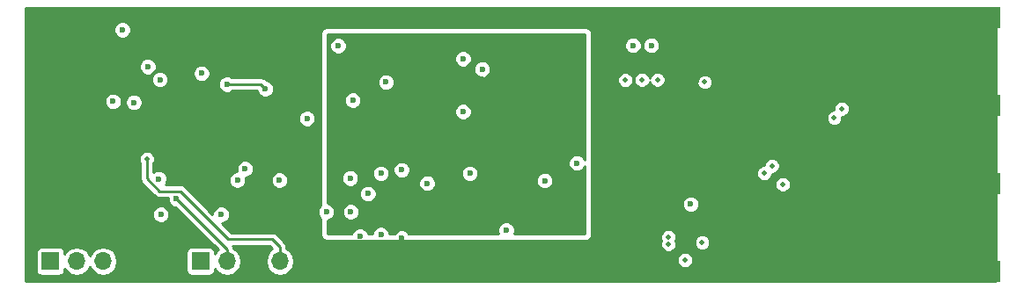
<source format=gbl>
G04 #@! TF.FileFunction,Copper,L4,Bot,Signal*
%FSLAX46Y46*%
G04 Gerber Fmt 4.6, Leading zero omitted, Abs format (unit mm)*
G04 Created by KiCad (PCBNEW 4.0.5-e0-6337~49~ubuntu14.04.1) date Tue Feb 21 17:31:46 2017*
%MOMM*%
%LPD*%
G01*
G04 APERTURE LIST*
%ADD10C,0.100000*%
%ADD11R,4.560000X2.000000*%
%ADD12R,1.700000X1.700000*%
%ADD13O,1.700000X1.700000*%
%ADD14O,1.500000X1.100000*%
%ADD15O,1.700000X1.200000*%
%ADD16C,0.600000*%
%ADD17C,0.460000*%
%ADD18C,0.380000*%
%ADD19C,0.240000*%
%ADD20C,0.254000*%
G04 APERTURE END LIST*
D10*
D11*
X209500000Y-90000000D03*
X209500000Y-81500000D03*
X209500000Y-74000000D03*
X209500000Y-65500000D03*
D12*
X120460000Y-89000000D03*
D13*
X123000000Y-89000000D03*
X125540000Y-89000000D03*
X128080000Y-89000000D03*
D12*
X134920000Y-89000000D03*
D13*
X137460000Y-89000000D03*
X140000000Y-89000000D03*
X142540000Y-89000000D03*
D14*
X122870000Y-75580000D03*
X122870000Y-80420000D03*
D15*
X119870000Y-75270000D03*
X119870000Y-80730000D03*
D16*
X147000000Y-84250000D03*
X176500000Y-68200000D03*
X127400000Y-66700000D03*
X126500000Y-73600000D03*
X128500000Y-73700000D03*
D17*
X195850000Y-75200000D03*
X196569779Y-74300000D03*
X190900000Y-81600000D03*
X189100000Y-80550000D03*
X189850000Y-79800000D03*
X183400000Y-71750000D03*
X175750000Y-71550000D03*
X177350000Y-71530846D03*
X178850000Y-71515846D03*
D16*
X178250000Y-68200000D03*
D17*
X125250000Y-79750000D03*
X192750000Y-72250000D03*
X192500000Y-71000000D03*
X190500000Y-71000000D03*
X194250000Y-71250000D03*
X194000000Y-73750000D03*
X179500000Y-75250000D03*
X175750000Y-75500000D03*
X174500000Y-77000000D03*
X173250000Y-78250000D03*
X173250000Y-80000000D03*
X173250000Y-81500000D03*
X173750000Y-83500000D03*
X176250000Y-84000000D03*
X178000000Y-84250000D03*
X181500000Y-82000000D03*
X183250000Y-82250000D03*
X183750000Y-84500000D03*
X185500000Y-84500000D03*
X185500000Y-82000000D03*
X188500000Y-79000000D03*
X193250000Y-82500000D03*
X193250000Y-84500000D03*
X197750000Y-84000000D03*
X191000000Y-74500000D03*
X192000000Y-75500000D03*
X193250000Y-76750000D03*
X194750000Y-78250000D03*
X196000000Y-79750000D03*
X197250000Y-81000000D03*
X197750000Y-82250000D03*
X206750000Y-88750000D03*
X207750000Y-88500000D03*
X209250000Y-88500000D03*
X210750000Y-88500000D03*
X209250000Y-67000000D03*
X210750000Y-83000000D03*
X209500000Y-83000000D03*
X208250000Y-83000000D03*
X206750000Y-83000000D03*
X206750000Y-81750000D03*
X206750000Y-81000000D03*
X206750000Y-80000000D03*
X208250000Y-80000000D03*
X209500000Y-80000000D03*
X210750000Y-80000000D03*
X210750000Y-79000000D03*
X210750000Y-77750000D03*
X210750000Y-76500000D03*
X210500000Y-75500000D03*
X209250000Y-75500000D03*
X208250000Y-75500000D03*
X207000000Y-75500000D03*
X206750000Y-74500000D03*
X206750000Y-73500000D03*
X207000000Y-72500000D03*
X208250000Y-72500000D03*
X209250000Y-72500000D03*
X210500000Y-72500000D03*
X205000000Y-87250000D03*
X203000000Y-87250000D03*
X200750000Y-88250000D03*
X198250000Y-88250000D03*
X194000000Y-87500000D03*
X191750000Y-87500000D03*
X189500000Y-88250000D03*
X187000000Y-87750000D03*
X184750000Y-87500000D03*
X184500000Y-90250000D03*
X186750000Y-90250000D03*
X189500000Y-90250000D03*
X191750000Y-90250000D03*
X194000000Y-90250000D03*
X196250000Y-90250000D03*
X198000000Y-90250000D03*
X199750000Y-90250000D03*
X201750000Y-90250000D03*
X203500000Y-90250000D03*
X205250000Y-90250000D03*
X206750000Y-90250000D03*
X210750000Y-87500000D03*
X209250000Y-87500000D03*
X207750000Y-87500000D03*
X210500000Y-84000000D03*
X209250000Y-84000000D03*
X207750000Y-84000000D03*
X206000000Y-84250000D03*
X204250000Y-84250000D03*
X202250000Y-84500000D03*
X200250000Y-80000000D03*
X199000000Y-78750000D03*
X197750000Y-77500000D03*
X199750000Y-76750000D03*
X202000000Y-72500000D03*
X202000000Y-71000000D03*
X203500000Y-71250000D03*
X205000000Y-71250000D03*
X206750000Y-71250000D03*
X208500000Y-71500000D03*
X210500000Y-71500000D03*
X180500000Y-67000000D03*
X180750000Y-69000000D03*
X182750000Y-69000000D03*
X184250000Y-68500000D03*
X186000000Y-68500000D03*
X189250000Y-66750000D03*
X190000000Y-68250000D03*
X191500000Y-68500000D03*
X193500000Y-68250000D03*
X195250000Y-68250000D03*
X196500000Y-67500000D03*
X198250000Y-67500000D03*
X199750000Y-67250000D03*
X201250000Y-68250000D03*
X203000000Y-68250000D03*
X204750000Y-68000000D03*
X208000000Y-67750000D03*
X210500000Y-67750000D03*
X173500000Y-65250000D03*
X176500000Y-65250000D03*
X179500000Y-65250000D03*
X182500000Y-65250000D03*
X185500000Y-65250000D03*
X188500000Y-65250000D03*
X191500000Y-65250000D03*
X194500000Y-65250000D03*
X197500000Y-65250000D03*
X200500000Y-65250000D03*
X203500000Y-65250000D03*
X206500000Y-65250000D03*
X119630000Y-78960000D03*
X119630000Y-77040000D03*
X189375000Y-87200000D03*
X189350000Y-85425000D03*
X189360000Y-86560000D03*
X189360000Y-86060000D03*
X198175000Y-70300000D03*
X198175000Y-68525000D03*
X198169779Y-69661867D03*
X198169779Y-69161867D03*
D16*
X126750000Y-81950000D03*
X128500000Y-69300000D03*
X129300000Y-71750000D03*
X125800000Y-72350000D03*
X128500000Y-76850000D03*
X130600000Y-79700000D03*
X135650000Y-81650000D03*
X137150000Y-81650000D03*
X140500000Y-80300000D03*
X143250000Y-75000000D03*
X141250000Y-75000000D03*
D17*
X139250000Y-76650000D03*
D16*
X132600000Y-73050000D03*
X133350000Y-72250000D03*
X174300000Y-89100000D03*
X150250000Y-86600000D03*
X154250000Y-86800000D03*
X152250000Y-86450000D03*
X151000000Y-82500000D03*
X164300000Y-86000000D03*
X156700000Y-81500000D03*
X168000000Y-81250000D03*
D17*
X173900000Y-86800000D03*
X175350000Y-86700000D03*
X177600000Y-86700000D03*
X180900000Y-84900000D03*
X179850000Y-85350000D03*
X179200000Y-88900000D03*
X183150000Y-88300000D03*
X182650000Y-88850000D03*
X179800000Y-88400000D03*
X179750000Y-82800000D03*
X185550000Y-80500000D03*
X186300000Y-79750000D03*
X191350000Y-79850000D03*
X192200000Y-80550000D03*
D16*
X160150000Y-69500000D03*
X152750000Y-71750000D03*
X148150000Y-68250000D03*
X145050000Y-73500000D03*
X162000000Y-70500000D03*
D17*
X138900000Y-65700000D03*
X136400000Y-65700000D03*
X134150000Y-65700000D03*
X175850000Y-73050000D03*
X176500000Y-73700000D03*
X177150000Y-73050000D03*
X177600000Y-72700000D03*
X178150000Y-73200000D03*
X180677416Y-71860846D03*
X181507416Y-71860846D03*
X181507416Y-70670846D03*
X180677416Y-70670846D03*
X180800000Y-74350000D03*
X180800000Y-73350000D03*
X181350000Y-73850000D03*
X188050000Y-74700000D03*
X188550000Y-74150000D03*
X187500000Y-74150000D03*
X183600000Y-74150000D03*
X184100000Y-74700000D03*
X184600000Y-74150000D03*
X188500000Y-72150000D03*
X188500000Y-71700000D03*
X187550000Y-68750000D03*
X187550000Y-67650000D03*
X187100000Y-68200000D03*
X201200000Y-75850000D03*
X201800000Y-75200000D03*
X201150000Y-74400000D03*
X198100000Y-75850000D03*
X198100000Y-74600000D03*
X199450000Y-72600000D03*
X198900000Y-72100000D03*
X197300000Y-72100000D03*
X196750000Y-72600000D03*
X200200000Y-84500000D03*
X200700000Y-84000000D03*
X200700000Y-83350000D03*
X200200000Y-82950000D03*
X197150000Y-86050000D03*
X196600000Y-87200000D03*
X196600000Y-84950000D03*
X196150000Y-86750000D03*
X196150000Y-85400000D03*
X198000000Y-86050000D03*
X188000000Y-83100000D03*
X188600000Y-83700000D03*
X190700000Y-83100000D03*
X190100000Y-83700000D03*
D16*
X129850000Y-70250000D03*
X131100000Y-84500000D03*
X136900000Y-84500000D03*
X130900000Y-81065000D03*
X138450000Y-81200000D03*
X139200000Y-80100000D03*
X142500000Y-81200000D03*
X131000000Y-71500000D03*
X135000000Y-70900000D03*
D17*
X181500000Y-88900000D03*
X183150000Y-87200000D03*
X179900000Y-87350000D03*
X179900000Y-86700000D03*
D16*
X145150000Y-75250000D03*
X182050000Y-83500000D03*
X154250000Y-80200000D03*
X152250000Y-80550000D03*
X149350000Y-84250000D03*
X149300000Y-81000000D03*
X160800000Y-80550000D03*
X149550000Y-73500000D03*
X160150000Y-74600000D03*
X171100000Y-79550000D03*
X164450000Y-82000000D03*
X152250000Y-83450000D03*
X154250000Y-83450000D03*
X162600000Y-75000000D03*
X162250000Y-68000000D03*
X158650000Y-69450000D03*
X158650000Y-74600000D03*
X150150000Y-75800000D03*
X156350000Y-68250000D03*
X132600000Y-83000000D03*
D17*
X129750000Y-79150000D03*
D16*
X141150000Y-72400000D03*
X137450000Y-71950000D03*
D18*
X209500000Y-65500000D02*
X206750000Y-65500000D01*
X206750000Y-65500000D02*
X206500000Y-65250000D01*
D19*
X132600000Y-83000000D02*
X137460000Y-87860000D01*
X137460000Y-87860000D02*
X137460000Y-89000000D01*
X129750000Y-79150000D02*
X129750000Y-81050000D01*
X129750000Y-81050000D02*
X130950000Y-82250000D01*
X130950000Y-82250000D02*
X132950000Y-82250000D01*
X132950000Y-82250000D02*
X137600000Y-86900000D01*
X137600000Y-86900000D02*
X141800000Y-86900000D01*
X141800000Y-86900000D02*
X142540000Y-87640000D01*
X142540000Y-87640000D02*
X142540000Y-89000000D01*
X137874264Y-71950000D02*
X140700000Y-71950000D01*
X140700000Y-71950000D02*
X141150000Y-72400000D01*
X137450000Y-71950000D02*
X137874264Y-71950000D01*
D20*
G36*
X171873000Y-79255185D02*
X171801505Y-79082154D01*
X171569070Y-78849312D01*
X171265222Y-78723144D01*
X170936221Y-78722857D01*
X170632154Y-78848495D01*
X170399312Y-79080930D01*
X170273144Y-79384778D01*
X170272857Y-79713779D01*
X170398495Y-80017846D01*
X170630930Y-80250688D01*
X170934778Y-80376856D01*
X171263779Y-80377143D01*
X171567846Y-80251505D01*
X171800688Y-80019070D01*
X171873000Y-79844922D01*
X171873000Y-86373000D01*
X165040580Y-86373000D01*
X165126856Y-86165222D01*
X165127143Y-85836221D01*
X165001505Y-85532154D01*
X164769070Y-85299312D01*
X164465222Y-85173144D01*
X164136221Y-85172857D01*
X163832154Y-85298495D01*
X163599312Y-85530930D01*
X163473144Y-85834778D01*
X163472857Y-86163779D01*
X163559305Y-86373000D01*
X154968382Y-86373000D01*
X154951505Y-86332154D01*
X154719070Y-86099312D01*
X154415222Y-85973144D01*
X154086221Y-85972857D01*
X153782154Y-86098495D01*
X153549312Y-86330930D01*
X153531843Y-86373000D01*
X153077067Y-86373000D01*
X153077143Y-86286221D01*
X152951505Y-85982154D01*
X152719070Y-85749312D01*
X152415222Y-85623144D01*
X152086221Y-85622857D01*
X151782154Y-85748495D01*
X151549312Y-85980930D01*
X151423144Y-86284778D01*
X151423067Y-86373000D01*
X151051021Y-86373000D01*
X150951505Y-86132154D01*
X150719070Y-85899312D01*
X150415222Y-85773144D01*
X150086221Y-85772857D01*
X149782154Y-85898495D01*
X149549312Y-86130930D01*
X149448796Y-86373000D01*
X147127000Y-86373000D01*
X147127000Y-85077111D01*
X147163779Y-85077143D01*
X147467846Y-84951505D01*
X147700688Y-84719070D01*
X147826856Y-84415222D01*
X147826857Y-84413779D01*
X148522857Y-84413779D01*
X148648495Y-84717846D01*
X148880930Y-84950688D01*
X149184778Y-85076856D01*
X149513779Y-85077143D01*
X149817846Y-84951505D01*
X150050688Y-84719070D01*
X150176856Y-84415222D01*
X150177143Y-84086221D01*
X150051505Y-83782154D01*
X149819070Y-83549312D01*
X149515222Y-83423144D01*
X149186221Y-83422857D01*
X148882154Y-83548495D01*
X148649312Y-83780930D01*
X148523144Y-84084778D01*
X148522857Y-84413779D01*
X147826857Y-84413779D01*
X147827143Y-84086221D01*
X147701505Y-83782154D01*
X147469070Y-83549312D01*
X147165222Y-83423144D01*
X147127000Y-83423111D01*
X147127000Y-82663779D01*
X150172857Y-82663779D01*
X150298495Y-82967846D01*
X150530930Y-83200688D01*
X150834778Y-83326856D01*
X151163779Y-83327143D01*
X151467846Y-83201505D01*
X151700688Y-82969070D01*
X151826856Y-82665222D01*
X151827143Y-82336221D01*
X151701505Y-82032154D01*
X151469070Y-81799312D01*
X151165222Y-81673144D01*
X150836221Y-81672857D01*
X150532154Y-81798495D01*
X150299312Y-82030930D01*
X150173144Y-82334778D01*
X150172857Y-82663779D01*
X147127000Y-82663779D01*
X147127000Y-81163779D01*
X148472857Y-81163779D01*
X148598495Y-81467846D01*
X148830930Y-81700688D01*
X149134778Y-81826856D01*
X149463779Y-81827143D01*
X149767846Y-81701505D01*
X149805638Y-81663779D01*
X155872857Y-81663779D01*
X155998495Y-81967846D01*
X156230930Y-82200688D01*
X156534778Y-82326856D01*
X156863779Y-82327143D01*
X157167846Y-82201505D01*
X157400688Y-81969070D01*
X157526856Y-81665222D01*
X157527075Y-81413779D01*
X167172857Y-81413779D01*
X167298495Y-81717846D01*
X167530930Y-81950688D01*
X167834778Y-82076856D01*
X168163779Y-82077143D01*
X168467846Y-81951505D01*
X168700688Y-81719070D01*
X168826856Y-81415222D01*
X168827143Y-81086221D01*
X168701505Y-80782154D01*
X168469070Y-80549312D01*
X168165222Y-80423144D01*
X167836221Y-80422857D01*
X167532154Y-80548495D01*
X167299312Y-80780930D01*
X167173144Y-81084778D01*
X167172857Y-81413779D01*
X157527075Y-81413779D01*
X157527143Y-81336221D01*
X157401505Y-81032154D01*
X157169070Y-80799312D01*
X156963083Y-80713779D01*
X159972857Y-80713779D01*
X160098495Y-81017846D01*
X160330930Y-81250688D01*
X160634778Y-81376856D01*
X160963779Y-81377143D01*
X161267846Y-81251505D01*
X161500688Y-81019070D01*
X161626856Y-80715222D01*
X161627143Y-80386221D01*
X161501505Y-80082154D01*
X161269070Y-79849312D01*
X160965222Y-79723144D01*
X160636221Y-79722857D01*
X160332154Y-79848495D01*
X160099312Y-80080930D01*
X159973144Y-80384778D01*
X159972857Y-80713779D01*
X156963083Y-80713779D01*
X156865222Y-80673144D01*
X156536221Y-80672857D01*
X156232154Y-80798495D01*
X155999312Y-81030930D01*
X155873144Y-81334778D01*
X155872857Y-81663779D01*
X149805638Y-81663779D01*
X150000688Y-81469070D01*
X150126856Y-81165222D01*
X150127143Y-80836221D01*
X150076551Y-80713779D01*
X151422857Y-80713779D01*
X151548495Y-81017846D01*
X151780930Y-81250688D01*
X152084778Y-81376856D01*
X152413779Y-81377143D01*
X152717846Y-81251505D01*
X152950688Y-81019070D01*
X153076856Y-80715222D01*
X153077143Y-80386221D01*
X153067871Y-80363779D01*
X153422857Y-80363779D01*
X153548495Y-80667846D01*
X153780930Y-80900688D01*
X154084778Y-81026856D01*
X154413779Y-81027143D01*
X154717846Y-80901505D01*
X154950688Y-80669070D01*
X155076856Y-80365222D01*
X155077143Y-80036221D01*
X154951505Y-79732154D01*
X154719070Y-79499312D01*
X154415222Y-79373144D01*
X154086221Y-79372857D01*
X153782154Y-79498495D01*
X153549312Y-79730930D01*
X153423144Y-80034778D01*
X153422857Y-80363779D01*
X153067871Y-80363779D01*
X152951505Y-80082154D01*
X152719070Y-79849312D01*
X152415222Y-79723144D01*
X152086221Y-79722857D01*
X151782154Y-79848495D01*
X151549312Y-80080930D01*
X151423144Y-80384778D01*
X151422857Y-80713779D01*
X150076551Y-80713779D01*
X150001505Y-80532154D01*
X149769070Y-80299312D01*
X149465222Y-80173144D01*
X149136221Y-80172857D01*
X148832154Y-80298495D01*
X148599312Y-80530930D01*
X148473144Y-80834778D01*
X148472857Y-81163779D01*
X147127000Y-81163779D01*
X147127000Y-74763779D01*
X159322857Y-74763779D01*
X159448495Y-75067846D01*
X159680930Y-75300688D01*
X159984778Y-75426856D01*
X160313779Y-75427143D01*
X160617846Y-75301505D01*
X160850688Y-75069070D01*
X160976856Y-74765222D01*
X160977143Y-74436221D01*
X160851505Y-74132154D01*
X160619070Y-73899312D01*
X160315222Y-73773144D01*
X159986221Y-73772857D01*
X159682154Y-73898495D01*
X159449312Y-74130930D01*
X159323144Y-74434778D01*
X159322857Y-74763779D01*
X147127000Y-74763779D01*
X147127000Y-73663779D01*
X148722857Y-73663779D01*
X148848495Y-73967846D01*
X149080930Y-74200688D01*
X149384778Y-74326856D01*
X149713779Y-74327143D01*
X150017846Y-74201505D01*
X150250688Y-73969070D01*
X150376856Y-73665222D01*
X150377143Y-73336221D01*
X150251505Y-73032154D01*
X150019070Y-72799312D01*
X149715222Y-72673144D01*
X149386221Y-72672857D01*
X149082154Y-72798495D01*
X148849312Y-73030930D01*
X148723144Y-73334778D01*
X148722857Y-73663779D01*
X147127000Y-73663779D01*
X147127000Y-71913779D01*
X151922857Y-71913779D01*
X152048495Y-72217846D01*
X152280930Y-72450688D01*
X152584778Y-72576856D01*
X152913779Y-72577143D01*
X153217846Y-72451505D01*
X153450688Y-72219070D01*
X153576856Y-71915222D01*
X153577143Y-71586221D01*
X153451505Y-71282154D01*
X153219070Y-71049312D01*
X152915222Y-70923144D01*
X152586221Y-70922857D01*
X152282154Y-71048495D01*
X152049312Y-71280930D01*
X151923144Y-71584778D01*
X151922857Y-71913779D01*
X147127000Y-71913779D01*
X147127000Y-70663779D01*
X161172857Y-70663779D01*
X161298495Y-70967846D01*
X161530930Y-71200688D01*
X161834778Y-71326856D01*
X162163779Y-71327143D01*
X162467846Y-71201505D01*
X162700688Y-70969070D01*
X162826856Y-70665222D01*
X162827143Y-70336221D01*
X162701505Y-70032154D01*
X162469070Y-69799312D01*
X162165222Y-69673144D01*
X161836221Y-69672857D01*
X161532154Y-69798495D01*
X161299312Y-70030930D01*
X161173144Y-70334778D01*
X161172857Y-70663779D01*
X147127000Y-70663779D01*
X147127000Y-69663779D01*
X159322857Y-69663779D01*
X159448495Y-69967846D01*
X159680930Y-70200688D01*
X159984778Y-70326856D01*
X160313779Y-70327143D01*
X160617846Y-70201505D01*
X160850688Y-69969070D01*
X160976856Y-69665222D01*
X160977143Y-69336221D01*
X160851505Y-69032154D01*
X160619070Y-68799312D01*
X160315222Y-68673144D01*
X159986221Y-68672857D01*
X159682154Y-68798495D01*
X159449312Y-69030930D01*
X159323144Y-69334778D01*
X159322857Y-69663779D01*
X147127000Y-69663779D01*
X147127000Y-68413779D01*
X147322857Y-68413779D01*
X147448495Y-68717846D01*
X147680930Y-68950688D01*
X147984778Y-69076856D01*
X148313779Y-69077143D01*
X148617846Y-68951505D01*
X148850688Y-68719070D01*
X148976856Y-68415222D01*
X148977143Y-68086221D01*
X148851505Y-67782154D01*
X148619070Y-67549312D01*
X148315222Y-67423144D01*
X147986221Y-67422857D01*
X147682154Y-67548495D01*
X147449312Y-67780930D01*
X147323144Y-68084778D01*
X147322857Y-68413779D01*
X147127000Y-68413779D01*
X147127000Y-67127000D01*
X171873000Y-67127000D01*
X171873000Y-79255185D01*
X171873000Y-79255185D01*
G37*
X171873000Y-79255185D02*
X171801505Y-79082154D01*
X171569070Y-78849312D01*
X171265222Y-78723144D01*
X170936221Y-78722857D01*
X170632154Y-78848495D01*
X170399312Y-79080930D01*
X170273144Y-79384778D01*
X170272857Y-79713779D01*
X170398495Y-80017846D01*
X170630930Y-80250688D01*
X170934778Y-80376856D01*
X171263779Y-80377143D01*
X171567846Y-80251505D01*
X171800688Y-80019070D01*
X171873000Y-79844922D01*
X171873000Y-86373000D01*
X165040580Y-86373000D01*
X165126856Y-86165222D01*
X165127143Y-85836221D01*
X165001505Y-85532154D01*
X164769070Y-85299312D01*
X164465222Y-85173144D01*
X164136221Y-85172857D01*
X163832154Y-85298495D01*
X163599312Y-85530930D01*
X163473144Y-85834778D01*
X163472857Y-86163779D01*
X163559305Y-86373000D01*
X154968382Y-86373000D01*
X154951505Y-86332154D01*
X154719070Y-86099312D01*
X154415222Y-85973144D01*
X154086221Y-85972857D01*
X153782154Y-86098495D01*
X153549312Y-86330930D01*
X153531843Y-86373000D01*
X153077067Y-86373000D01*
X153077143Y-86286221D01*
X152951505Y-85982154D01*
X152719070Y-85749312D01*
X152415222Y-85623144D01*
X152086221Y-85622857D01*
X151782154Y-85748495D01*
X151549312Y-85980930D01*
X151423144Y-86284778D01*
X151423067Y-86373000D01*
X151051021Y-86373000D01*
X150951505Y-86132154D01*
X150719070Y-85899312D01*
X150415222Y-85773144D01*
X150086221Y-85772857D01*
X149782154Y-85898495D01*
X149549312Y-86130930D01*
X149448796Y-86373000D01*
X147127000Y-86373000D01*
X147127000Y-85077111D01*
X147163779Y-85077143D01*
X147467846Y-84951505D01*
X147700688Y-84719070D01*
X147826856Y-84415222D01*
X147826857Y-84413779D01*
X148522857Y-84413779D01*
X148648495Y-84717846D01*
X148880930Y-84950688D01*
X149184778Y-85076856D01*
X149513779Y-85077143D01*
X149817846Y-84951505D01*
X150050688Y-84719070D01*
X150176856Y-84415222D01*
X150177143Y-84086221D01*
X150051505Y-83782154D01*
X149819070Y-83549312D01*
X149515222Y-83423144D01*
X149186221Y-83422857D01*
X148882154Y-83548495D01*
X148649312Y-83780930D01*
X148523144Y-84084778D01*
X148522857Y-84413779D01*
X147826857Y-84413779D01*
X147827143Y-84086221D01*
X147701505Y-83782154D01*
X147469070Y-83549312D01*
X147165222Y-83423144D01*
X147127000Y-83423111D01*
X147127000Y-82663779D01*
X150172857Y-82663779D01*
X150298495Y-82967846D01*
X150530930Y-83200688D01*
X150834778Y-83326856D01*
X151163779Y-83327143D01*
X151467846Y-83201505D01*
X151700688Y-82969070D01*
X151826856Y-82665222D01*
X151827143Y-82336221D01*
X151701505Y-82032154D01*
X151469070Y-81799312D01*
X151165222Y-81673144D01*
X150836221Y-81672857D01*
X150532154Y-81798495D01*
X150299312Y-82030930D01*
X150173144Y-82334778D01*
X150172857Y-82663779D01*
X147127000Y-82663779D01*
X147127000Y-81163779D01*
X148472857Y-81163779D01*
X148598495Y-81467846D01*
X148830930Y-81700688D01*
X149134778Y-81826856D01*
X149463779Y-81827143D01*
X149767846Y-81701505D01*
X149805638Y-81663779D01*
X155872857Y-81663779D01*
X155998495Y-81967846D01*
X156230930Y-82200688D01*
X156534778Y-82326856D01*
X156863779Y-82327143D01*
X157167846Y-82201505D01*
X157400688Y-81969070D01*
X157526856Y-81665222D01*
X157527075Y-81413779D01*
X167172857Y-81413779D01*
X167298495Y-81717846D01*
X167530930Y-81950688D01*
X167834778Y-82076856D01*
X168163779Y-82077143D01*
X168467846Y-81951505D01*
X168700688Y-81719070D01*
X168826856Y-81415222D01*
X168827143Y-81086221D01*
X168701505Y-80782154D01*
X168469070Y-80549312D01*
X168165222Y-80423144D01*
X167836221Y-80422857D01*
X167532154Y-80548495D01*
X167299312Y-80780930D01*
X167173144Y-81084778D01*
X167172857Y-81413779D01*
X157527075Y-81413779D01*
X157527143Y-81336221D01*
X157401505Y-81032154D01*
X157169070Y-80799312D01*
X156963083Y-80713779D01*
X159972857Y-80713779D01*
X160098495Y-81017846D01*
X160330930Y-81250688D01*
X160634778Y-81376856D01*
X160963779Y-81377143D01*
X161267846Y-81251505D01*
X161500688Y-81019070D01*
X161626856Y-80715222D01*
X161627143Y-80386221D01*
X161501505Y-80082154D01*
X161269070Y-79849312D01*
X160965222Y-79723144D01*
X160636221Y-79722857D01*
X160332154Y-79848495D01*
X160099312Y-80080930D01*
X159973144Y-80384778D01*
X159972857Y-80713779D01*
X156963083Y-80713779D01*
X156865222Y-80673144D01*
X156536221Y-80672857D01*
X156232154Y-80798495D01*
X155999312Y-81030930D01*
X155873144Y-81334778D01*
X155872857Y-81663779D01*
X149805638Y-81663779D01*
X150000688Y-81469070D01*
X150126856Y-81165222D01*
X150127143Y-80836221D01*
X150076551Y-80713779D01*
X151422857Y-80713779D01*
X151548495Y-81017846D01*
X151780930Y-81250688D01*
X152084778Y-81376856D01*
X152413779Y-81377143D01*
X152717846Y-81251505D01*
X152950688Y-81019070D01*
X153076856Y-80715222D01*
X153077143Y-80386221D01*
X153067871Y-80363779D01*
X153422857Y-80363779D01*
X153548495Y-80667846D01*
X153780930Y-80900688D01*
X154084778Y-81026856D01*
X154413779Y-81027143D01*
X154717846Y-80901505D01*
X154950688Y-80669070D01*
X155076856Y-80365222D01*
X155077143Y-80036221D01*
X154951505Y-79732154D01*
X154719070Y-79499312D01*
X154415222Y-79373144D01*
X154086221Y-79372857D01*
X153782154Y-79498495D01*
X153549312Y-79730930D01*
X153423144Y-80034778D01*
X153422857Y-80363779D01*
X153067871Y-80363779D01*
X152951505Y-80082154D01*
X152719070Y-79849312D01*
X152415222Y-79723144D01*
X152086221Y-79722857D01*
X151782154Y-79848495D01*
X151549312Y-80080930D01*
X151423144Y-80384778D01*
X151422857Y-80713779D01*
X150076551Y-80713779D01*
X150001505Y-80532154D01*
X149769070Y-80299312D01*
X149465222Y-80173144D01*
X149136221Y-80172857D01*
X148832154Y-80298495D01*
X148599312Y-80530930D01*
X148473144Y-80834778D01*
X148472857Y-81163779D01*
X147127000Y-81163779D01*
X147127000Y-74763779D01*
X159322857Y-74763779D01*
X159448495Y-75067846D01*
X159680930Y-75300688D01*
X159984778Y-75426856D01*
X160313779Y-75427143D01*
X160617846Y-75301505D01*
X160850688Y-75069070D01*
X160976856Y-74765222D01*
X160977143Y-74436221D01*
X160851505Y-74132154D01*
X160619070Y-73899312D01*
X160315222Y-73773144D01*
X159986221Y-73772857D01*
X159682154Y-73898495D01*
X159449312Y-74130930D01*
X159323144Y-74434778D01*
X159322857Y-74763779D01*
X147127000Y-74763779D01*
X147127000Y-73663779D01*
X148722857Y-73663779D01*
X148848495Y-73967846D01*
X149080930Y-74200688D01*
X149384778Y-74326856D01*
X149713779Y-74327143D01*
X150017846Y-74201505D01*
X150250688Y-73969070D01*
X150376856Y-73665222D01*
X150377143Y-73336221D01*
X150251505Y-73032154D01*
X150019070Y-72799312D01*
X149715222Y-72673144D01*
X149386221Y-72672857D01*
X149082154Y-72798495D01*
X148849312Y-73030930D01*
X148723144Y-73334778D01*
X148722857Y-73663779D01*
X147127000Y-73663779D01*
X147127000Y-71913779D01*
X151922857Y-71913779D01*
X152048495Y-72217846D01*
X152280930Y-72450688D01*
X152584778Y-72576856D01*
X152913779Y-72577143D01*
X153217846Y-72451505D01*
X153450688Y-72219070D01*
X153576856Y-71915222D01*
X153577143Y-71586221D01*
X153451505Y-71282154D01*
X153219070Y-71049312D01*
X152915222Y-70923144D01*
X152586221Y-70922857D01*
X152282154Y-71048495D01*
X152049312Y-71280930D01*
X151923144Y-71584778D01*
X151922857Y-71913779D01*
X147127000Y-71913779D01*
X147127000Y-70663779D01*
X161172857Y-70663779D01*
X161298495Y-70967846D01*
X161530930Y-71200688D01*
X161834778Y-71326856D01*
X162163779Y-71327143D01*
X162467846Y-71201505D01*
X162700688Y-70969070D01*
X162826856Y-70665222D01*
X162827143Y-70336221D01*
X162701505Y-70032154D01*
X162469070Y-69799312D01*
X162165222Y-69673144D01*
X161836221Y-69672857D01*
X161532154Y-69798495D01*
X161299312Y-70030930D01*
X161173144Y-70334778D01*
X161172857Y-70663779D01*
X147127000Y-70663779D01*
X147127000Y-69663779D01*
X159322857Y-69663779D01*
X159448495Y-69967846D01*
X159680930Y-70200688D01*
X159984778Y-70326856D01*
X160313779Y-70327143D01*
X160617846Y-70201505D01*
X160850688Y-69969070D01*
X160976856Y-69665222D01*
X160977143Y-69336221D01*
X160851505Y-69032154D01*
X160619070Y-68799312D01*
X160315222Y-68673144D01*
X159986221Y-68672857D01*
X159682154Y-68798495D01*
X159449312Y-69030930D01*
X159323144Y-69334778D01*
X159322857Y-69663779D01*
X147127000Y-69663779D01*
X147127000Y-68413779D01*
X147322857Y-68413779D01*
X147448495Y-68717846D01*
X147680930Y-68950688D01*
X147984778Y-69076856D01*
X148313779Y-69077143D01*
X148617846Y-68951505D01*
X148850688Y-68719070D01*
X148976856Y-68415222D01*
X148977143Y-68086221D01*
X148851505Y-67782154D01*
X148619070Y-67549312D01*
X148315222Y-67423144D01*
X147986221Y-67422857D01*
X147682154Y-67548495D01*
X147449312Y-67780930D01*
X147323144Y-68084778D01*
X147322857Y-68413779D01*
X147127000Y-68413779D01*
X147127000Y-67127000D01*
X171873000Y-67127000D01*
X171873000Y-79255185D01*
G36*
X211398000Y-90898000D02*
X118102000Y-90898000D01*
X118102000Y-88150000D01*
X119072676Y-88150000D01*
X119072676Y-89850000D01*
X119109423Y-90045294D01*
X119224842Y-90224660D01*
X119400951Y-90344990D01*
X119610000Y-90387324D01*
X121310000Y-90387324D01*
X121505294Y-90350577D01*
X121684660Y-90235158D01*
X121804990Y-90059049D01*
X121847324Y-89850000D01*
X121847324Y-89732785D01*
X122026314Y-90000663D01*
X122473045Y-90299159D01*
X123000000Y-90403977D01*
X123526955Y-90299159D01*
X123973686Y-90000663D01*
X124270000Y-89557198D01*
X124566314Y-90000663D01*
X125013045Y-90299159D01*
X125540000Y-90403977D01*
X126066955Y-90299159D01*
X126513686Y-90000663D01*
X126812182Y-89553932D01*
X126917000Y-89026977D01*
X126917000Y-88973023D01*
X126812182Y-88446068D01*
X126513686Y-87999337D01*
X126066955Y-87700841D01*
X125540000Y-87596023D01*
X125013045Y-87700841D01*
X124566314Y-87999337D01*
X124270000Y-88442802D01*
X123973686Y-87999337D01*
X123526955Y-87700841D01*
X123000000Y-87596023D01*
X122473045Y-87700841D01*
X122026314Y-87999337D01*
X121847324Y-88267215D01*
X121847324Y-88150000D01*
X121810577Y-87954706D01*
X121695158Y-87775340D01*
X121519049Y-87655010D01*
X121310000Y-87612676D01*
X119610000Y-87612676D01*
X119414706Y-87649423D01*
X119235340Y-87764842D01*
X119115010Y-87940951D01*
X119072676Y-88150000D01*
X118102000Y-88150000D01*
X118102000Y-84663779D01*
X130272857Y-84663779D01*
X130398495Y-84967846D01*
X130630930Y-85200688D01*
X130934778Y-85326856D01*
X131263779Y-85327143D01*
X131567846Y-85201505D01*
X131800688Y-84969070D01*
X131926856Y-84665222D01*
X131927143Y-84336221D01*
X131801505Y-84032154D01*
X131569070Y-83799312D01*
X131265222Y-83673144D01*
X130936221Y-83672857D01*
X130632154Y-83798495D01*
X130399312Y-84030930D01*
X130273144Y-84334778D01*
X130272857Y-84663779D01*
X118102000Y-84663779D01*
X118102000Y-79299916D01*
X128992868Y-79299916D01*
X129103000Y-79566455D01*
X129103000Y-81050000D01*
X129152250Y-81297596D01*
X129292502Y-81507498D01*
X130492502Y-82707498D01*
X130702404Y-82847750D01*
X130950000Y-82897000D01*
X131773090Y-82897000D01*
X131772857Y-83163779D01*
X131898495Y-83467846D01*
X132130930Y-83700688D01*
X132434778Y-83826856D01*
X132511927Y-83826923D01*
X136605023Y-87920019D01*
X136486314Y-87999337D01*
X136307324Y-88267215D01*
X136307324Y-88150000D01*
X136270577Y-87954706D01*
X136155158Y-87775340D01*
X135979049Y-87655010D01*
X135770000Y-87612676D01*
X134070000Y-87612676D01*
X133874706Y-87649423D01*
X133695340Y-87764842D01*
X133575010Y-87940951D01*
X133532676Y-88150000D01*
X133532676Y-89850000D01*
X133569423Y-90045294D01*
X133684842Y-90224660D01*
X133860951Y-90344990D01*
X134070000Y-90387324D01*
X135770000Y-90387324D01*
X135965294Y-90350577D01*
X136144660Y-90235158D01*
X136264990Y-90059049D01*
X136307324Y-89850000D01*
X136307324Y-89732785D01*
X136486314Y-90000663D01*
X136933045Y-90299159D01*
X137460000Y-90403977D01*
X137986955Y-90299159D01*
X138433686Y-90000663D01*
X138732182Y-89553932D01*
X138837000Y-89026977D01*
X138837000Y-88973023D01*
X138732182Y-88446068D01*
X138433686Y-87999337D01*
X138088889Y-87768951D01*
X138057750Y-87612404D01*
X138014048Y-87547000D01*
X141532004Y-87547000D01*
X141816903Y-87831899D01*
X141566314Y-87999337D01*
X141267818Y-88446068D01*
X141163000Y-88973023D01*
X141163000Y-89026977D01*
X141267818Y-89553932D01*
X141566314Y-90000663D01*
X142013045Y-90299159D01*
X142540000Y-90403977D01*
X143066955Y-90299159D01*
X143513686Y-90000663D01*
X143812182Y-89553932D01*
X143912437Y-89049916D01*
X180742868Y-89049916D01*
X180857872Y-89328246D01*
X181070634Y-89541380D01*
X181348763Y-89656869D01*
X181649916Y-89657132D01*
X181928246Y-89542128D01*
X182141380Y-89329366D01*
X182256869Y-89051237D01*
X182257132Y-88750084D01*
X182142128Y-88471754D01*
X181929366Y-88258620D01*
X181651237Y-88143131D01*
X181350084Y-88142868D01*
X181071754Y-88257872D01*
X180858620Y-88470634D01*
X180743131Y-88748763D01*
X180742868Y-89049916D01*
X143912437Y-89049916D01*
X143917000Y-89026977D01*
X143917000Y-88973023D01*
X143812182Y-88446068D01*
X143513686Y-87999337D01*
X143187000Y-87781052D01*
X143187000Y-87640000D01*
X143137750Y-87392404D01*
X142997498Y-87182502D01*
X142257498Y-86442502D01*
X142047596Y-86302250D01*
X141800000Y-86253000D01*
X137867996Y-86253000D01*
X136942033Y-85327037D01*
X137063779Y-85327143D01*
X137367846Y-85201505D01*
X137600688Y-84969070D01*
X137726856Y-84665222D01*
X137727075Y-84413779D01*
X146172857Y-84413779D01*
X146298495Y-84717846D01*
X146473000Y-84892657D01*
X146473000Y-86500000D01*
X146509041Y-86691542D01*
X146622242Y-86867462D01*
X146794967Y-86985480D01*
X147000000Y-87027000D01*
X172000000Y-87027000D01*
X172191542Y-86990959D01*
X172367462Y-86877758D01*
X172386485Y-86849916D01*
X179142868Y-86849916D01*
X179215247Y-87025087D01*
X179143131Y-87198763D01*
X179142868Y-87499916D01*
X179257872Y-87778246D01*
X179470634Y-87991380D01*
X179748763Y-88106869D01*
X180049916Y-88107132D01*
X180328246Y-87992128D01*
X180541380Y-87779366D01*
X180656869Y-87501237D01*
X180657001Y-87349916D01*
X182392868Y-87349916D01*
X182507872Y-87628246D01*
X182720634Y-87841380D01*
X182998763Y-87956869D01*
X183299916Y-87957132D01*
X183578246Y-87842128D01*
X183791380Y-87629366D01*
X183906869Y-87351237D01*
X183907132Y-87050084D01*
X183792128Y-86771754D01*
X183579366Y-86558620D01*
X183301237Y-86443131D01*
X183000084Y-86442868D01*
X182721754Y-86557872D01*
X182508620Y-86770634D01*
X182393131Y-87048763D01*
X182392868Y-87349916D01*
X180657001Y-87349916D01*
X180657132Y-87200084D01*
X180584753Y-87024913D01*
X180656869Y-86851237D01*
X180657132Y-86550084D01*
X180542128Y-86271754D01*
X180329366Y-86058620D01*
X180051237Y-85943131D01*
X179750084Y-85942868D01*
X179471754Y-86057872D01*
X179258620Y-86270634D01*
X179143131Y-86548763D01*
X179142868Y-86849916D01*
X172386485Y-86849916D01*
X172485480Y-86705033D01*
X172527000Y-86500000D01*
X172527000Y-83663779D01*
X181222857Y-83663779D01*
X181348495Y-83967846D01*
X181580930Y-84200688D01*
X181884778Y-84326856D01*
X182213779Y-84327143D01*
X182517846Y-84201505D01*
X182750688Y-83969070D01*
X182876856Y-83665222D01*
X182877143Y-83336221D01*
X182751505Y-83032154D01*
X182519070Y-82799312D01*
X182215222Y-82673144D01*
X181886221Y-82672857D01*
X181582154Y-82798495D01*
X181349312Y-83030930D01*
X181223144Y-83334778D01*
X181222857Y-83663779D01*
X172527000Y-83663779D01*
X172527000Y-81749916D01*
X190142868Y-81749916D01*
X190257872Y-82028246D01*
X190470634Y-82241380D01*
X190748763Y-82356869D01*
X191049916Y-82357132D01*
X191328246Y-82242128D01*
X191541380Y-82029366D01*
X191656869Y-81751237D01*
X191657132Y-81450084D01*
X191542128Y-81171754D01*
X191329366Y-80958620D01*
X191051237Y-80843131D01*
X190750084Y-80842868D01*
X190471754Y-80957872D01*
X190258620Y-81170634D01*
X190143131Y-81448763D01*
X190142868Y-81749916D01*
X172527000Y-81749916D01*
X172527000Y-80699916D01*
X188342868Y-80699916D01*
X188457872Y-80978246D01*
X188670634Y-81191380D01*
X188948763Y-81306869D01*
X189249916Y-81307132D01*
X189528246Y-81192128D01*
X189741380Y-80979366D01*
X189856869Y-80701237D01*
X189856995Y-80557007D01*
X189999916Y-80557132D01*
X190278246Y-80442128D01*
X190491380Y-80229366D01*
X190606869Y-79951237D01*
X190607132Y-79650084D01*
X190492128Y-79371754D01*
X190279366Y-79158620D01*
X190001237Y-79043131D01*
X189700084Y-79042868D01*
X189421754Y-79157872D01*
X189208620Y-79370634D01*
X189093131Y-79648763D01*
X189093005Y-79792993D01*
X188950084Y-79792868D01*
X188671754Y-79907872D01*
X188458620Y-80120634D01*
X188343131Y-80398763D01*
X188342868Y-80699916D01*
X172527000Y-80699916D01*
X172527000Y-75349916D01*
X195092868Y-75349916D01*
X195207872Y-75628246D01*
X195420634Y-75841380D01*
X195698763Y-75956869D01*
X195999916Y-75957132D01*
X196278246Y-75842128D01*
X196491380Y-75629366D01*
X196606869Y-75351237D01*
X196607126Y-75057034D01*
X196719695Y-75057132D01*
X196998025Y-74942128D01*
X197211159Y-74729366D01*
X197326648Y-74451237D01*
X197326911Y-74150084D01*
X197211907Y-73871754D01*
X196999145Y-73658620D01*
X196721016Y-73543131D01*
X196419863Y-73542868D01*
X196141533Y-73657872D01*
X195928399Y-73870634D01*
X195812910Y-74148763D01*
X195812653Y-74442966D01*
X195700084Y-74442868D01*
X195421754Y-74557872D01*
X195208620Y-74770634D01*
X195093131Y-75048763D01*
X195092868Y-75349916D01*
X172527000Y-75349916D01*
X172527000Y-71699916D01*
X174992868Y-71699916D01*
X175107872Y-71978246D01*
X175320634Y-72191380D01*
X175598763Y-72306869D01*
X175899916Y-72307132D01*
X176178246Y-72192128D01*
X176391380Y-71979366D01*
X176506869Y-71701237D01*
X176506886Y-71680762D01*
X176592868Y-71680762D01*
X176707872Y-71959092D01*
X176920634Y-72172226D01*
X177198763Y-72287715D01*
X177499916Y-72287978D01*
X177778246Y-72172974D01*
X177991380Y-71960212D01*
X178103231Y-71690843D01*
X178207872Y-71944092D01*
X178420634Y-72157226D01*
X178698763Y-72272715D01*
X178999916Y-72272978D01*
X179278246Y-72157974D01*
X179491380Y-71945212D01*
X179510188Y-71899916D01*
X182642868Y-71899916D01*
X182757872Y-72178246D01*
X182970634Y-72391380D01*
X183248763Y-72506869D01*
X183549916Y-72507132D01*
X183828246Y-72392128D01*
X184041380Y-72179366D01*
X184156869Y-71901237D01*
X184157132Y-71600084D01*
X184042128Y-71321754D01*
X183829366Y-71108620D01*
X183551237Y-70993131D01*
X183250084Y-70992868D01*
X182971754Y-71107872D01*
X182758620Y-71320634D01*
X182643131Y-71598763D01*
X182642868Y-71899916D01*
X179510188Y-71899916D01*
X179606869Y-71667083D01*
X179607132Y-71365930D01*
X179492128Y-71087600D01*
X179279366Y-70874466D01*
X179001237Y-70758977D01*
X178700084Y-70758714D01*
X178421754Y-70873718D01*
X178208620Y-71086480D01*
X178096769Y-71355849D01*
X177992128Y-71102600D01*
X177779366Y-70889466D01*
X177501237Y-70773977D01*
X177200084Y-70773714D01*
X176921754Y-70888718D01*
X176708620Y-71101480D01*
X176593131Y-71379609D01*
X176592868Y-71680762D01*
X176506886Y-71680762D01*
X176507132Y-71400084D01*
X176392128Y-71121754D01*
X176179366Y-70908620D01*
X175901237Y-70793131D01*
X175600084Y-70792868D01*
X175321754Y-70907872D01*
X175108620Y-71120634D01*
X174993131Y-71398763D01*
X174992868Y-71699916D01*
X172527000Y-71699916D01*
X172527000Y-68363779D01*
X175672857Y-68363779D01*
X175798495Y-68667846D01*
X176030930Y-68900688D01*
X176334778Y-69026856D01*
X176663779Y-69027143D01*
X176967846Y-68901505D01*
X177200688Y-68669070D01*
X177326856Y-68365222D01*
X177326857Y-68363779D01*
X177422857Y-68363779D01*
X177548495Y-68667846D01*
X177780930Y-68900688D01*
X178084778Y-69026856D01*
X178413779Y-69027143D01*
X178717846Y-68901505D01*
X178950688Y-68669070D01*
X179076856Y-68365222D01*
X179077143Y-68036221D01*
X178951505Y-67732154D01*
X178719070Y-67499312D01*
X178415222Y-67373144D01*
X178086221Y-67372857D01*
X177782154Y-67498495D01*
X177549312Y-67730930D01*
X177423144Y-68034778D01*
X177422857Y-68363779D01*
X177326857Y-68363779D01*
X177327143Y-68036221D01*
X177201505Y-67732154D01*
X176969070Y-67499312D01*
X176665222Y-67373144D01*
X176336221Y-67372857D01*
X176032154Y-67498495D01*
X175799312Y-67730930D01*
X175673144Y-68034778D01*
X175672857Y-68363779D01*
X172527000Y-68363779D01*
X172527000Y-67000000D01*
X172490959Y-66808458D01*
X172377758Y-66632538D01*
X172205033Y-66514520D01*
X172000000Y-66473000D01*
X147000000Y-66473000D01*
X146808458Y-66509041D01*
X146632538Y-66622242D01*
X146514520Y-66794967D01*
X146473000Y-67000000D01*
X146473000Y-83607546D01*
X146299312Y-83780930D01*
X146173144Y-84084778D01*
X146172857Y-84413779D01*
X137727075Y-84413779D01*
X137727143Y-84336221D01*
X137601505Y-84032154D01*
X137369070Y-83799312D01*
X137065222Y-83673144D01*
X136736221Y-83672857D01*
X136432154Y-83798495D01*
X136199312Y-84030930D01*
X136073144Y-84334778D01*
X136073036Y-84458040D01*
X133407498Y-81792502D01*
X133197596Y-81652250D01*
X132950000Y-81603000D01*
X131531637Y-81603000D01*
X131600688Y-81534070D01*
X131671398Y-81363779D01*
X137622857Y-81363779D01*
X137748495Y-81667846D01*
X137980930Y-81900688D01*
X138284778Y-82026856D01*
X138613779Y-82027143D01*
X138917846Y-81901505D01*
X139150688Y-81669070D01*
X139276856Y-81365222D01*
X139276857Y-81363779D01*
X141672857Y-81363779D01*
X141798495Y-81667846D01*
X142030930Y-81900688D01*
X142334778Y-82026856D01*
X142663779Y-82027143D01*
X142967846Y-81901505D01*
X143200688Y-81669070D01*
X143326856Y-81365222D01*
X143327143Y-81036221D01*
X143201505Y-80732154D01*
X142969070Y-80499312D01*
X142665222Y-80373144D01*
X142336221Y-80372857D01*
X142032154Y-80498495D01*
X141799312Y-80730930D01*
X141673144Y-81034778D01*
X141672857Y-81363779D01*
X139276857Y-81363779D01*
X139277143Y-81036221D01*
X139232025Y-80927028D01*
X139363779Y-80927143D01*
X139667846Y-80801505D01*
X139900688Y-80569070D01*
X140026856Y-80265222D01*
X140027143Y-79936221D01*
X139901505Y-79632154D01*
X139669070Y-79399312D01*
X139365222Y-79273144D01*
X139036221Y-79272857D01*
X138732154Y-79398495D01*
X138499312Y-79630930D01*
X138373144Y-79934778D01*
X138372857Y-80263779D01*
X138417975Y-80372972D01*
X138286221Y-80372857D01*
X137982154Y-80498495D01*
X137749312Y-80730930D01*
X137623144Y-81034778D01*
X137622857Y-81363779D01*
X131671398Y-81363779D01*
X131726856Y-81230222D01*
X131727143Y-80901221D01*
X131601505Y-80597154D01*
X131369070Y-80364312D01*
X131065222Y-80238144D01*
X130736221Y-80237857D01*
X130432154Y-80363495D01*
X130397000Y-80398588D01*
X130397000Y-79565832D01*
X130506869Y-79301237D01*
X130507132Y-79000084D01*
X130392128Y-78721754D01*
X130179366Y-78508620D01*
X129901237Y-78393131D01*
X129600084Y-78392868D01*
X129321754Y-78507872D01*
X129108620Y-78720634D01*
X128993131Y-78998763D01*
X128992868Y-79299916D01*
X118102000Y-79299916D01*
X118102000Y-75413779D01*
X144322857Y-75413779D01*
X144448495Y-75717846D01*
X144680930Y-75950688D01*
X144984778Y-76076856D01*
X145313779Y-76077143D01*
X145617846Y-75951505D01*
X145850688Y-75719070D01*
X145976856Y-75415222D01*
X145977143Y-75086221D01*
X145851505Y-74782154D01*
X145619070Y-74549312D01*
X145315222Y-74423144D01*
X144986221Y-74422857D01*
X144682154Y-74548495D01*
X144449312Y-74780930D01*
X144323144Y-75084778D01*
X144322857Y-75413779D01*
X118102000Y-75413779D01*
X118102000Y-73763779D01*
X125672857Y-73763779D01*
X125798495Y-74067846D01*
X126030930Y-74300688D01*
X126334778Y-74426856D01*
X126663779Y-74427143D01*
X126967846Y-74301505D01*
X127200688Y-74069070D01*
X127285931Y-73863779D01*
X127672857Y-73863779D01*
X127798495Y-74167846D01*
X128030930Y-74400688D01*
X128334778Y-74526856D01*
X128663779Y-74527143D01*
X128967846Y-74401505D01*
X129200688Y-74169070D01*
X129326856Y-73865222D01*
X129327143Y-73536221D01*
X129201505Y-73232154D01*
X128969070Y-72999312D01*
X128665222Y-72873144D01*
X128336221Y-72872857D01*
X128032154Y-72998495D01*
X127799312Y-73230930D01*
X127673144Y-73534778D01*
X127672857Y-73863779D01*
X127285931Y-73863779D01*
X127326856Y-73765222D01*
X127327143Y-73436221D01*
X127201505Y-73132154D01*
X126969070Y-72899312D01*
X126665222Y-72773144D01*
X126336221Y-72772857D01*
X126032154Y-72898495D01*
X125799312Y-73130930D01*
X125673144Y-73434778D01*
X125672857Y-73763779D01*
X118102000Y-73763779D01*
X118102000Y-71663779D01*
X130172857Y-71663779D01*
X130298495Y-71967846D01*
X130530930Y-72200688D01*
X130834778Y-72326856D01*
X131163779Y-72327143D01*
X131467846Y-72201505D01*
X131555725Y-72113779D01*
X136622857Y-72113779D01*
X136748495Y-72417846D01*
X136980930Y-72650688D01*
X137284778Y-72776856D01*
X137613779Y-72777143D01*
X137917846Y-72651505D01*
X137972446Y-72597000D01*
X140336584Y-72597000D01*
X140448495Y-72867846D01*
X140680930Y-73100688D01*
X140984778Y-73226856D01*
X141313779Y-73227143D01*
X141617846Y-73101505D01*
X141850688Y-72869070D01*
X141976856Y-72565222D01*
X141977143Y-72236221D01*
X141851505Y-71932154D01*
X141619070Y-71699312D01*
X141315222Y-71573144D01*
X141238073Y-71573077D01*
X141157498Y-71492502D01*
X140947596Y-71352250D01*
X140700000Y-71303000D01*
X137972664Y-71303000D01*
X137919070Y-71249312D01*
X137615222Y-71123144D01*
X137286221Y-71122857D01*
X136982154Y-71248495D01*
X136749312Y-71480930D01*
X136623144Y-71784778D01*
X136622857Y-72113779D01*
X131555725Y-72113779D01*
X131700688Y-71969070D01*
X131826856Y-71665222D01*
X131827143Y-71336221D01*
X131714573Y-71063779D01*
X134172857Y-71063779D01*
X134298495Y-71367846D01*
X134530930Y-71600688D01*
X134834778Y-71726856D01*
X135163779Y-71727143D01*
X135467846Y-71601505D01*
X135700688Y-71369070D01*
X135826856Y-71065222D01*
X135827143Y-70736221D01*
X135701505Y-70432154D01*
X135469070Y-70199312D01*
X135165222Y-70073144D01*
X134836221Y-70072857D01*
X134532154Y-70198495D01*
X134299312Y-70430930D01*
X134173144Y-70734778D01*
X134172857Y-71063779D01*
X131714573Y-71063779D01*
X131701505Y-71032154D01*
X131469070Y-70799312D01*
X131165222Y-70673144D01*
X130836221Y-70672857D01*
X130532154Y-70798495D01*
X130299312Y-71030930D01*
X130173144Y-71334778D01*
X130172857Y-71663779D01*
X118102000Y-71663779D01*
X118102000Y-70413779D01*
X129022857Y-70413779D01*
X129148495Y-70717846D01*
X129380930Y-70950688D01*
X129684778Y-71076856D01*
X130013779Y-71077143D01*
X130317846Y-70951505D01*
X130550688Y-70719070D01*
X130676856Y-70415222D01*
X130677143Y-70086221D01*
X130551505Y-69782154D01*
X130319070Y-69549312D01*
X130015222Y-69423144D01*
X129686221Y-69422857D01*
X129382154Y-69548495D01*
X129149312Y-69780930D01*
X129023144Y-70084778D01*
X129022857Y-70413779D01*
X118102000Y-70413779D01*
X118102000Y-66863779D01*
X126572857Y-66863779D01*
X126698495Y-67167846D01*
X126930930Y-67400688D01*
X127234778Y-67526856D01*
X127563779Y-67527143D01*
X127867846Y-67401505D01*
X128100688Y-67169070D01*
X128226856Y-66865222D01*
X128227143Y-66536221D01*
X128101505Y-66232154D01*
X127869070Y-65999312D01*
X127565222Y-65873144D01*
X127236221Y-65872857D01*
X126932154Y-65998495D01*
X126699312Y-66230930D01*
X126573144Y-66534778D01*
X126572857Y-66863779D01*
X118102000Y-66863779D01*
X118102000Y-64602000D01*
X211398000Y-64602000D01*
X211398000Y-90898000D01*
X211398000Y-90898000D01*
G37*
X211398000Y-90898000D02*
X118102000Y-90898000D01*
X118102000Y-88150000D01*
X119072676Y-88150000D01*
X119072676Y-89850000D01*
X119109423Y-90045294D01*
X119224842Y-90224660D01*
X119400951Y-90344990D01*
X119610000Y-90387324D01*
X121310000Y-90387324D01*
X121505294Y-90350577D01*
X121684660Y-90235158D01*
X121804990Y-90059049D01*
X121847324Y-89850000D01*
X121847324Y-89732785D01*
X122026314Y-90000663D01*
X122473045Y-90299159D01*
X123000000Y-90403977D01*
X123526955Y-90299159D01*
X123973686Y-90000663D01*
X124270000Y-89557198D01*
X124566314Y-90000663D01*
X125013045Y-90299159D01*
X125540000Y-90403977D01*
X126066955Y-90299159D01*
X126513686Y-90000663D01*
X126812182Y-89553932D01*
X126917000Y-89026977D01*
X126917000Y-88973023D01*
X126812182Y-88446068D01*
X126513686Y-87999337D01*
X126066955Y-87700841D01*
X125540000Y-87596023D01*
X125013045Y-87700841D01*
X124566314Y-87999337D01*
X124270000Y-88442802D01*
X123973686Y-87999337D01*
X123526955Y-87700841D01*
X123000000Y-87596023D01*
X122473045Y-87700841D01*
X122026314Y-87999337D01*
X121847324Y-88267215D01*
X121847324Y-88150000D01*
X121810577Y-87954706D01*
X121695158Y-87775340D01*
X121519049Y-87655010D01*
X121310000Y-87612676D01*
X119610000Y-87612676D01*
X119414706Y-87649423D01*
X119235340Y-87764842D01*
X119115010Y-87940951D01*
X119072676Y-88150000D01*
X118102000Y-88150000D01*
X118102000Y-84663779D01*
X130272857Y-84663779D01*
X130398495Y-84967846D01*
X130630930Y-85200688D01*
X130934778Y-85326856D01*
X131263779Y-85327143D01*
X131567846Y-85201505D01*
X131800688Y-84969070D01*
X131926856Y-84665222D01*
X131927143Y-84336221D01*
X131801505Y-84032154D01*
X131569070Y-83799312D01*
X131265222Y-83673144D01*
X130936221Y-83672857D01*
X130632154Y-83798495D01*
X130399312Y-84030930D01*
X130273144Y-84334778D01*
X130272857Y-84663779D01*
X118102000Y-84663779D01*
X118102000Y-79299916D01*
X128992868Y-79299916D01*
X129103000Y-79566455D01*
X129103000Y-81050000D01*
X129152250Y-81297596D01*
X129292502Y-81507498D01*
X130492502Y-82707498D01*
X130702404Y-82847750D01*
X130950000Y-82897000D01*
X131773090Y-82897000D01*
X131772857Y-83163779D01*
X131898495Y-83467846D01*
X132130930Y-83700688D01*
X132434778Y-83826856D01*
X132511927Y-83826923D01*
X136605023Y-87920019D01*
X136486314Y-87999337D01*
X136307324Y-88267215D01*
X136307324Y-88150000D01*
X136270577Y-87954706D01*
X136155158Y-87775340D01*
X135979049Y-87655010D01*
X135770000Y-87612676D01*
X134070000Y-87612676D01*
X133874706Y-87649423D01*
X133695340Y-87764842D01*
X133575010Y-87940951D01*
X133532676Y-88150000D01*
X133532676Y-89850000D01*
X133569423Y-90045294D01*
X133684842Y-90224660D01*
X133860951Y-90344990D01*
X134070000Y-90387324D01*
X135770000Y-90387324D01*
X135965294Y-90350577D01*
X136144660Y-90235158D01*
X136264990Y-90059049D01*
X136307324Y-89850000D01*
X136307324Y-89732785D01*
X136486314Y-90000663D01*
X136933045Y-90299159D01*
X137460000Y-90403977D01*
X137986955Y-90299159D01*
X138433686Y-90000663D01*
X138732182Y-89553932D01*
X138837000Y-89026977D01*
X138837000Y-88973023D01*
X138732182Y-88446068D01*
X138433686Y-87999337D01*
X138088889Y-87768951D01*
X138057750Y-87612404D01*
X138014048Y-87547000D01*
X141532004Y-87547000D01*
X141816903Y-87831899D01*
X141566314Y-87999337D01*
X141267818Y-88446068D01*
X141163000Y-88973023D01*
X141163000Y-89026977D01*
X141267818Y-89553932D01*
X141566314Y-90000663D01*
X142013045Y-90299159D01*
X142540000Y-90403977D01*
X143066955Y-90299159D01*
X143513686Y-90000663D01*
X143812182Y-89553932D01*
X143912437Y-89049916D01*
X180742868Y-89049916D01*
X180857872Y-89328246D01*
X181070634Y-89541380D01*
X181348763Y-89656869D01*
X181649916Y-89657132D01*
X181928246Y-89542128D01*
X182141380Y-89329366D01*
X182256869Y-89051237D01*
X182257132Y-88750084D01*
X182142128Y-88471754D01*
X181929366Y-88258620D01*
X181651237Y-88143131D01*
X181350084Y-88142868D01*
X181071754Y-88257872D01*
X180858620Y-88470634D01*
X180743131Y-88748763D01*
X180742868Y-89049916D01*
X143912437Y-89049916D01*
X143917000Y-89026977D01*
X143917000Y-88973023D01*
X143812182Y-88446068D01*
X143513686Y-87999337D01*
X143187000Y-87781052D01*
X143187000Y-87640000D01*
X143137750Y-87392404D01*
X142997498Y-87182502D01*
X142257498Y-86442502D01*
X142047596Y-86302250D01*
X141800000Y-86253000D01*
X137867996Y-86253000D01*
X136942033Y-85327037D01*
X137063779Y-85327143D01*
X137367846Y-85201505D01*
X137600688Y-84969070D01*
X137726856Y-84665222D01*
X137727075Y-84413779D01*
X146172857Y-84413779D01*
X146298495Y-84717846D01*
X146473000Y-84892657D01*
X146473000Y-86500000D01*
X146509041Y-86691542D01*
X146622242Y-86867462D01*
X146794967Y-86985480D01*
X147000000Y-87027000D01*
X172000000Y-87027000D01*
X172191542Y-86990959D01*
X172367462Y-86877758D01*
X172386485Y-86849916D01*
X179142868Y-86849916D01*
X179215247Y-87025087D01*
X179143131Y-87198763D01*
X179142868Y-87499916D01*
X179257872Y-87778246D01*
X179470634Y-87991380D01*
X179748763Y-88106869D01*
X180049916Y-88107132D01*
X180328246Y-87992128D01*
X180541380Y-87779366D01*
X180656869Y-87501237D01*
X180657001Y-87349916D01*
X182392868Y-87349916D01*
X182507872Y-87628246D01*
X182720634Y-87841380D01*
X182998763Y-87956869D01*
X183299916Y-87957132D01*
X183578246Y-87842128D01*
X183791380Y-87629366D01*
X183906869Y-87351237D01*
X183907132Y-87050084D01*
X183792128Y-86771754D01*
X183579366Y-86558620D01*
X183301237Y-86443131D01*
X183000084Y-86442868D01*
X182721754Y-86557872D01*
X182508620Y-86770634D01*
X182393131Y-87048763D01*
X182392868Y-87349916D01*
X180657001Y-87349916D01*
X180657132Y-87200084D01*
X180584753Y-87024913D01*
X180656869Y-86851237D01*
X180657132Y-86550084D01*
X180542128Y-86271754D01*
X180329366Y-86058620D01*
X180051237Y-85943131D01*
X179750084Y-85942868D01*
X179471754Y-86057872D01*
X179258620Y-86270634D01*
X179143131Y-86548763D01*
X179142868Y-86849916D01*
X172386485Y-86849916D01*
X172485480Y-86705033D01*
X172527000Y-86500000D01*
X172527000Y-83663779D01*
X181222857Y-83663779D01*
X181348495Y-83967846D01*
X181580930Y-84200688D01*
X181884778Y-84326856D01*
X182213779Y-84327143D01*
X182517846Y-84201505D01*
X182750688Y-83969070D01*
X182876856Y-83665222D01*
X182877143Y-83336221D01*
X182751505Y-83032154D01*
X182519070Y-82799312D01*
X182215222Y-82673144D01*
X181886221Y-82672857D01*
X181582154Y-82798495D01*
X181349312Y-83030930D01*
X181223144Y-83334778D01*
X181222857Y-83663779D01*
X172527000Y-83663779D01*
X172527000Y-81749916D01*
X190142868Y-81749916D01*
X190257872Y-82028246D01*
X190470634Y-82241380D01*
X190748763Y-82356869D01*
X191049916Y-82357132D01*
X191328246Y-82242128D01*
X191541380Y-82029366D01*
X191656869Y-81751237D01*
X191657132Y-81450084D01*
X191542128Y-81171754D01*
X191329366Y-80958620D01*
X191051237Y-80843131D01*
X190750084Y-80842868D01*
X190471754Y-80957872D01*
X190258620Y-81170634D01*
X190143131Y-81448763D01*
X190142868Y-81749916D01*
X172527000Y-81749916D01*
X172527000Y-80699916D01*
X188342868Y-80699916D01*
X188457872Y-80978246D01*
X188670634Y-81191380D01*
X188948763Y-81306869D01*
X189249916Y-81307132D01*
X189528246Y-81192128D01*
X189741380Y-80979366D01*
X189856869Y-80701237D01*
X189856995Y-80557007D01*
X189999916Y-80557132D01*
X190278246Y-80442128D01*
X190491380Y-80229366D01*
X190606869Y-79951237D01*
X190607132Y-79650084D01*
X190492128Y-79371754D01*
X190279366Y-79158620D01*
X190001237Y-79043131D01*
X189700084Y-79042868D01*
X189421754Y-79157872D01*
X189208620Y-79370634D01*
X189093131Y-79648763D01*
X189093005Y-79792993D01*
X188950084Y-79792868D01*
X188671754Y-79907872D01*
X188458620Y-80120634D01*
X188343131Y-80398763D01*
X188342868Y-80699916D01*
X172527000Y-80699916D01*
X172527000Y-75349916D01*
X195092868Y-75349916D01*
X195207872Y-75628246D01*
X195420634Y-75841380D01*
X195698763Y-75956869D01*
X195999916Y-75957132D01*
X196278246Y-75842128D01*
X196491380Y-75629366D01*
X196606869Y-75351237D01*
X196607126Y-75057034D01*
X196719695Y-75057132D01*
X196998025Y-74942128D01*
X197211159Y-74729366D01*
X197326648Y-74451237D01*
X197326911Y-74150084D01*
X197211907Y-73871754D01*
X196999145Y-73658620D01*
X196721016Y-73543131D01*
X196419863Y-73542868D01*
X196141533Y-73657872D01*
X195928399Y-73870634D01*
X195812910Y-74148763D01*
X195812653Y-74442966D01*
X195700084Y-74442868D01*
X195421754Y-74557872D01*
X195208620Y-74770634D01*
X195093131Y-75048763D01*
X195092868Y-75349916D01*
X172527000Y-75349916D01*
X172527000Y-71699916D01*
X174992868Y-71699916D01*
X175107872Y-71978246D01*
X175320634Y-72191380D01*
X175598763Y-72306869D01*
X175899916Y-72307132D01*
X176178246Y-72192128D01*
X176391380Y-71979366D01*
X176506869Y-71701237D01*
X176506886Y-71680762D01*
X176592868Y-71680762D01*
X176707872Y-71959092D01*
X176920634Y-72172226D01*
X177198763Y-72287715D01*
X177499916Y-72287978D01*
X177778246Y-72172974D01*
X177991380Y-71960212D01*
X178103231Y-71690843D01*
X178207872Y-71944092D01*
X178420634Y-72157226D01*
X178698763Y-72272715D01*
X178999916Y-72272978D01*
X179278246Y-72157974D01*
X179491380Y-71945212D01*
X179510188Y-71899916D01*
X182642868Y-71899916D01*
X182757872Y-72178246D01*
X182970634Y-72391380D01*
X183248763Y-72506869D01*
X183549916Y-72507132D01*
X183828246Y-72392128D01*
X184041380Y-72179366D01*
X184156869Y-71901237D01*
X184157132Y-71600084D01*
X184042128Y-71321754D01*
X183829366Y-71108620D01*
X183551237Y-70993131D01*
X183250084Y-70992868D01*
X182971754Y-71107872D01*
X182758620Y-71320634D01*
X182643131Y-71598763D01*
X182642868Y-71899916D01*
X179510188Y-71899916D01*
X179606869Y-71667083D01*
X179607132Y-71365930D01*
X179492128Y-71087600D01*
X179279366Y-70874466D01*
X179001237Y-70758977D01*
X178700084Y-70758714D01*
X178421754Y-70873718D01*
X178208620Y-71086480D01*
X178096769Y-71355849D01*
X177992128Y-71102600D01*
X177779366Y-70889466D01*
X177501237Y-70773977D01*
X177200084Y-70773714D01*
X176921754Y-70888718D01*
X176708620Y-71101480D01*
X176593131Y-71379609D01*
X176592868Y-71680762D01*
X176506886Y-71680762D01*
X176507132Y-71400084D01*
X176392128Y-71121754D01*
X176179366Y-70908620D01*
X175901237Y-70793131D01*
X175600084Y-70792868D01*
X175321754Y-70907872D01*
X175108620Y-71120634D01*
X174993131Y-71398763D01*
X174992868Y-71699916D01*
X172527000Y-71699916D01*
X172527000Y-68363779D01*
X175672857Y-68363779D01*
X175798495Y-68667846D01*
X176030930Y-68900688D01*
X176334778Y-69026856D01*
X176663779Y-69027143D01*
X176967846Y-68901505D01*
X177200688Y-68669070D01*
X177326856Y-68365222D01*
X177326857Y-68363779D01*
X177422857Y-68363779D01*
X177548495Y-68667846D01*
X177780930Y-68900688D01*
X178084778Y-69026856D01*
X178413779Y-69027143D01*
X178717846Y-68901505D01*
X178950688Y-68669070D01*
X179076856Y-68365222D01*
X179077143Y-68036221D01*
X178951505Y-67732154D01*
X178719070Y-67499312D01*
X178415222Y-67373144D01*
X178086221Y-67372857D01*
X177782154Y-67498495D01*
X177549312Y-67730930D01*
X177423144Y-68034778D01*
X177422857Y-68363779D01*
X177326857Y-68363779D01*
X177327143Y-68036221D01*
X177201505Y-67732154D01*
X176969070Y-67499312D01*
X176665222Y-67373144D01*
X176336221Y-67372857D01*
X176032154Y-67498495D01*
X175799312Y-67730930D01*
X175673144Y-68034778D01*
X175672857Y-68363779D01*
X172527000Y-68363779D01*
X172527000Y-67000000D01*
X172490959Y-66808458D01*
X172377758Y-66632538D01*
X172205033Y-66514520D01*
X172000000Y-66473000D01*
X147000000Y-66473000D01*
X146808458Y-66509041D01*
X146632538Y-66622242D01*
X146514520Y-66794967D01*
X146473000Y-67000000D01*
X146473000Y-83607546D01*
X146299312Y-83780930D01*
X146173144Y-84084778D01*
X146172857Y-84413779D01*
X137727075Y-84413779D01*
X137727143Y-84336221D01*
X137601505Y-84032154D01*
X137369070Y-83799312D01*
X137065222Y-83673144D01*
X136736221Y-83672857D01*
X136432154Y-83798495D01*
X136199312Y-84030930D01*
X136073144Y-84334778D01*
X136073036Y-84458040D01*
X133407498Y-81792502D01*
X133197596Y-81652250D01*
X132950000Y-81603000D01*
X131531637Y-81603000D01*
X131600688Y-81534070D01*
X131671398Y-81363779D01*
X137622857Y-81363779D01*
X137748495Y-81667846D01*
X137980930Y-81900688D01*
X138284778Y-82026856D01*
X138613779Y-82027143D01*
X138917846Y-81901505D01*
X139150688Y-81669070D01*
X139276856Y-81365222D01*
X139276857Y-81363779D01*
X141672857Y-81363779D01*
X141798495Y-81667846D01*
X142030930Y-81900688D01*
X142334778Y-82026856D01*
X142663779Y-82027143D01*
X142967846Y-81901505D01*
X143200688Y-81669070D01*
X143326856Y-81365222D01*
X143327143Y-81036221D01*
X143201505Y-80732154D01*
X142969070Y-80499312D01*
X142665222Y-80373144D01*
X142336221Y-80372857D01*
X142032154Y-80498495D01*
X141799312Y-80730930D01*
X141673144Y-81034778D01*
X141672857Y-81363779D01*
X139276857Y-81363779D01*
X139277143Y-81036221D01*
X139232025Y-80927028D01*
X139363779Y-80927143D01*
X139667846Y-80801505D01*
X139900688Y-80569070D01*
X140026856Y-80265222D01*
X140027143Y-79936221D01*
X139901505Y-79632154D01*
X139669070Y-79399312D01*
X139365222Y-79273144D01*
X139036221Y-79272857D01*
X138732154Y-79398495D01*
X138499312Y-79630930D01*
X138373144Y-79934778D01*
X138372857Y-80263779D01*
X138417975Y-80372972D01*
X138286221Y-80372857D01*
X137982154Y-80498495D01*
X137749312Y-80730930D01*
X137623144Y-81034778D01*
X137622857Y-81363779D01*
X131671398Y-81363779D01*
X131726856Y-81230222D01*
X131727143Y-80901221D01*
X131601505Y-80597154D01*
X131369070Y-80364312D01*
X131065222Y-80238144D01*
X130736221Y-80237857D01*
X130432154Y-80363495D01*
X130397000Y-80398588D01*
X130397000Y-79565832D01*
X130506869Y-79301237D01*
X130507132Y-79000084D01*
X130392128Y-78721754D01*
X130179366Y-78508620D01*
X129901237Y-78393131D01*
X129600084Y-78392868D01*
X129321754Y-78507872D01*
X129108620Y-78720634D01*
X128993131Y-78998763D01*
X128992868Y-79299916D01*
X118102000Y-79299916D01*
X118102000Y-75413779D01*
X144322857Y-75413779D01*
X144448495Y-75717846D01*
X144680930Y-75950688D01*
X144984778Y-76076856D01*
X145313779Y-76077143D01*
X145617846Y-75951505D01*
X145850688Y-75719070D01*
X145976856Y-75415222D01*
X145977143Y-75086221D01*
X145851505Y-74782154D01*
X145619070Y-74549312D01*
X145315222Y-74423144D01*
X144986221Y-74422857D01*
X144682154Y-74548495D01*
X144449312Y-74780930D01*
X144323144Y-75084778D01*
X144322857Y-75413779D01*
X118102000Y-75413779D01*
X118102000Y-73763779D01*
X125672857Y-73763779D01*
X125798495Y-74067846D01*
X126030930Y-74300688D01*
X126334778Y-74426856D01*
X126663779Y-74427143D01*
X126967846Y-74301505D01*
X127200688Y-74069070D01*
X127285931Y-73863779D01*
X127672857Y-73863779D01*
X127798495Y-74167846D01*
X128030930Y-74400688D01*
X128334778Y-74526856D01*
X128663779Y-74527143D01*
X128967846Y-74401505D01*
X129200688Y-74169070D01*
X129326856Y-73865222D01*
X129327143Y-73536221D01*
X129201505Y-73232154D01*
X128969070Y-72999312D01*
X128665222Y-72873144D01*
X128336221Y-72872857D01*
X128032154Y-72998495D01*
X127799312Y-73230930D01*
X127673144Y-73534778D01*
X127672857Y-73863779D01*
X127285931Y-73863779D01*
X127326856Y-73765222D01*
X127327143Y-73436221D01*
X127201505Y-73132154D01*
X126969070Y-72899312D01*
X126665222Y-72773144D01*
X126336221Y-72772857D01*
X126032154Y-72898495D01*
X125799312Y-73130930D01*
X125673144Y-73434778D01*
X125672857Y-73763779D01*
X118102000Y-73763779D01*
X118102000Y-71663779D01*
X130172857Y-71663779D01*
X130298495Y-71967846D01*
X130530930Y-72200688D01*
X130834778Y-72326856D01*
X131163779Y-72327143D01*
X131467846Y-72201505D01*
X131555725Y-72113779D01*
X136622857Y-72113779D01*
X136748495Y-72417846D01*
X136980930Y-72650688D01*
X137284778Y-72776856D01*
X137613779Y-72777143D01*
X137917846Y-72651505D01*
X137972446Y-72597000D01*
X140336584Y-72597000D01*
X140448495Y-72867846D01*
X140680930Y-73100688D01*
X140984778Y-73226856D01*
X141313779Y-73227143D01*
X141617846Y-73101505D01*
X141850688Y-72869070D01*
X141976856Y-72565222D01*
X141977143Y-72236221D01*
X141851505Y-71932154D01*
X141619070Y-71699312D01*
X141315222Y-71573144D01*
X141238073Y-71573077D01*
X141157498Y-71492502D01*
X140947596Y-71352250D01*
X140700000Y-71303000D01*
X137972664Y-71303000D01*
X137919070Y-71249312D01*
X137615222Y-71123144D01*
X137286221Y-71122857D01*
X136982154Y-71248495D01*
X136749312Y-71480930D01*
X136623144Y-71784778D01*
X136622857Y-72113779D01*
X131555725Y-72113779D01*
X131700688Y-71969070D01*
X131826856Y-71665222D01*
X131827143Y-71336221D01*
X131714573Y-71063779D01*
X134172857Y-71063779D01*
X134298495Y-71367846D01*
X134530930Y-71600688D01*
X134834778Y-71726856D01*
X135163779Y-71727143D01*
X135467846Y-71601505D01*
X135700688Y-71369070D01*
X135826856Y-71065222D01*
X135827143Y-70736221D01*
X135701505Y-70432154D01*
X135469070Y-70199312D01*
X135165222Y-70073144D01*
X134836221Y-70072857D01*
X134532154Y-70198495D01*
X134299312Y-70430930D01*
X134173144Y-70734778D01*
X134172857Y-71063779D01*
X131714573Y-71063779D01*
X131701505Y-71032154D01*
X131469070Y-70799312D01*
X131165222Y-70673144D01*
X130836221Y-70672857D01*
X130532154Y-70798495D01*
X130299312Y-71030930D01*
X130173144Y-71334778D01*
X130172857Y-71663779D01*
X118102000Y-71663779D01*
X118102000Y-70413779D01*
X129022857Y-70413779D01*
X129148495Y-70717846D01*
X129380930Y-70950688D01*
X129684778Y-71076856D01*
X130013779Y-71077143D01*
X130317846Y-70951505D01*
X130550688Y-70719070D01*
X130676856Y-70415222D01*
X130677143Y-70086221D01*
X130551505Y-69782154D01*
X130319070Y-69549312D01*
X130015222Y-69423144D01*
X129686221Y-69422857D01*
X129382154Y-69548495D01*
X129149312Y-69780930D01*
X129023144Y-70084778D01*
X129022857Y-70413779D01*
X118102000Y-70413779D01*
X118102000Y-66863779D01*
X126572857Y-66863779D01*
X126698495Y-67167846D01*
X126930930Y-67400688D01*
X127234778Y-67526856D01*
X127563779Y-67527143D01*
X127867846Y-67401505D01*
X128100688Y-67169070D01*
X128226856Y-66865222D01*
X128227143Y-66536221D01*
X128101505Y-66232154D01*
X127869070Y-65999312D01*
X127565222Y-65873144D01*
X127236221Y-65872857D01*
X126932154Y-65998495D01*
X126699312Y-66230930D01*
X126573144Y-66534778D01*
X126572857Y-66863779D01*
X118102000Y-66863779D01*
X118102000Y-64602000D01*
X211398000Y-64602000D01*
X211398000Y-90898000D01*
M02*

</source>
